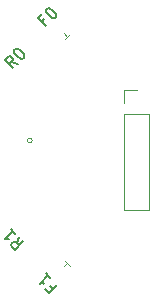
<source format=gbr>
%TF.GenerationSoftware,KiCad,Pcbnew,(6.0.7)*%
%TF.CreationDate,2022-08-13T19:12:00+02:00*%
%TF.ProjectId,Helios_PCB,48656c69-6f73-45f5-9043-422e6b696361,rev?*%
%TF.SameCoordinates,Original*%
%TF.FileFunction,Legend,Top*%
%TF.FilePolarity,Positive*%
%FSLAX46Y46*%
G04 Gerber Fmt 4.6, Leading zero omitted, Abs format (unit mm)*
G04 Created by KiCad (PCBNEW (6.0.7)) date 2022-08-13 19:12:00*
%MOMM*%
%LPD*%
G01*
G04 APERTURE LIST*
%ADD10C,0.150000*%
%ADD11C,0.120000*%
G04 APERTURE END LIST*
D10*
%TO.C,R1*%
X143810718Y-106846237D02*
X143709703Y-107418657D01*
X144214779Y-107250298D02*
X143507673Y-107957405D01*
X143238298Y-107688031D01*
X143204627Y-107587016D01*
X143204627Y-107519672D01*
X143238298Y-107418657D01*
X143339314Y-107317642D01*
X143440329Y-107283970D01*
X143507673Y-107283970D01*
X143608688Y-107317642D01*
X143878062Y-107587016D01*
X143137283Y-106172802D02*
X143541344Y-106576863D01*
X143339314Y-106374832D02*
X142632207Y-107081939D01*
X142800566Y-107048268D01*
X142935253Y-107048267D01*
X143036268Y-107081939D01*
%TO.C,F0*%
X146001290Y-88435194D02*
X145765587Y-88670896D01*
X146135977Y-89041286D02*
X145428870Y-88334179D01*
X145765587Y-87997461D01*
X146169648Y-87593400D02*
X146236992Y-87526057D01*
X146338007Y-87492385D01*
X146405351Y-87492385D01*
X146506366Y-87526057D01*
X146674725Y-87627072D01*
X146843083Y-87795431D01*
X146944099Y-87963790D01*
X146977770Y-88064805D01*
X146977770Y-88132148D01*
X146944099Y-88233164D01*
X146876755Y-88300507D01*
X146775740Y-88334179D01*
X146708396Y-88334179D01*
X146607381Y-88300507D01*
X146439022Y-88199492D01*
X146270664Y-88031133D01*
X146169648Y-87862774D01*
X146135977Y-87761759D01*
X146135977Y-87694416D01*
X146169648Y-87593400D01*
%TO.C,R0*%
X143739530Y-92187732D02*
X143167110Y-92086717D01*
X143335469Y-92591793D02*
X142628362Y-91884687D01*
X142897736Y-91615312D01*
X142998751Y-91581641D01*
X143066095Y-91581641D01*
X143167110Y-91615312D01*
X143268125Y-91716328D01*
X143301797Y-91817343D01*
X143301797Y-91884687D01*
X143268125Y-91985702D01*
X142998751Y-92255076D01*
X143470156Y-91042893D02*
X143537500Y-90975549D01*
X143638515Y-90941877D01*
X143705858Y-90941877D01*
X143806874Y-90975549D01*
X143975232Y-91076564D01*
X144143591Y-91244923D01*
X144244606Y-91413282D01*
X144278278Y-91514297D01*
X144278278Y-91581641D01*
X144244606Y-91682656D01*
X144177263Y-91750000D01*
X144076248Y-91783671D01*
X144008904Y-91783671D01*
X143907889Y-91750000D01*
X143739530Y-91648984D01*
X143571171Y-91480625D01*
X143470156Y-91312267D01*
X143436484Y-91211251D01*
X143436484Y-91143908D01*
X143470156Y-91042893D01*
%TO.C,F1*%
X146472694Y-111036209D02*
X146708396Y-111271912D01*
X147078786Y-110901522D02*
X146371679Y-111608629D01*
X146034961Y-111271912D01*
X146102305Y-109925042D02*
X146506366Y-110329103D01*
X146304335Y-110127072D02*
X145597229Y-110834179D01*
X145765587Y-110800507D01*
X145900274Y-110800507D01*
X146001290Y-110834179D01*
D11*
%TO.C,J0*%
X152777500Y-94440000D02*
X153837500Y-94440000D01*
X152777500Y-96500000D02*
X152777500Y-104560000D01*
X152777500Y-95500000D02*
X152777500Y-94440000D01*
X154897500Y-96500000D02*
X154897500Y-104560000D01*
X152777500Y-104560000D02*
X154897500Y-104560000D01*
X152777500Y-96500000D02*
X154897500Y-96500000D01*
%TO.C,F0*%
X148166053Y-89704289D02*
X147741789Y-90128553D01*
X147953921Y-89916421D02*
X147671079Y-89633579D01*
%TO.C,F1*%
X147953921Y-109083579D02*
X147671079Y-109366421D01*
X147741789Y-108871447D02*
X148166053Y-109295711D01*
%TO.C,U0*%
X144962500Y-98700000D02*
G75*
G03*
X144962500Y-98700000I-200000J0D01*
G01*
%TD*%
M02*

</source>
